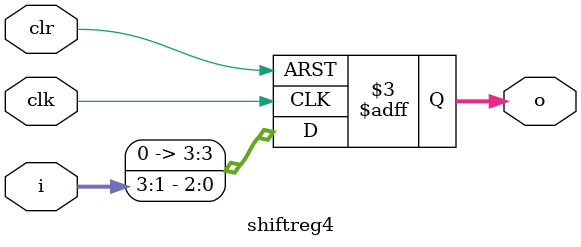
<source format=v>
module shiftreg4(input [3:0]i,input clk,clr,output reg [3:0]o);
always@(posedge clk,posedge clr)
begin
if(clr)
o=4'b0000;
else if(clk)
//o={i[0],i[3:1]};
o=(i>>1'b1);
end
endmodule

</source>
